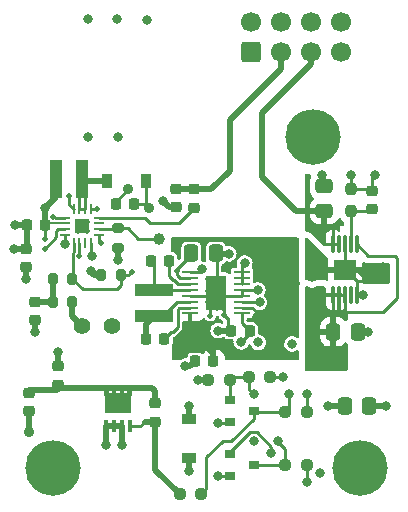
<source format=gbr>
%TF.GenerationSoftware,KiCad,Pcbnew,6.0.4-1.fc35*%
%TF.CreationDate,2022-04-05T08:49:10+01:00*%
%TF.ProjectId,cryosub_power_converter_top_v03,6372796f-7375-4625-9f70-6f7765725f63,rev?*%
%TF.SameCoordinates,Original*%
%TF.FileFunction,Copper,L1,Top*%
%TF.FilePolarity,Positive*%
%FSLAX45Y45*%
G04 Gerber Fmt 4.5, Leading zero omitted, Abs format (unit mm)*
G04 Created by KiCad (PCBNEW 6.0.4-1.fc35) date 2022-04-05 08:49:10*
%MOMM*%
%LPD*%
G01*
G04 APERTURE LIST*
G04 Aperture macros list*
%AMRoundRect*
0 Rectangle with rounded corners*
0 $1 Rounding radius*
0 $2 $3 $4 $5 $6 $7 $8 $9 X,Y pos of 4 corners*
0 Add a 4 corners polygon primitive as box body*
4,1,4,$2,$3,$4,$5,$6,$7,$8,$9,$2,$3,0*
0 Add four circle primitives for the rounded corners*
1,1,$1+$1,$2,$3*
1,1,$1+$1,$4,$5*
1,1,$1+$1,$6,$7*
1,1,$1+$1,$8,$9*
0 Add four rect primitives between the rounded corners*
20,1,$1+$1,$2,$3,$4,$5,0*
20,1,$1+$1,$4,$5,$6,$7,0*
20,1,$1+$1,$6,$7,$8,$9,0*
20,1,$1+$1,$8,$9,$2,$3,0*%
%AMFreePoly0*
4,1,21,1.372500,0.787500,0.862500,0.787500,0.862500,0.532500,1.372500,0.532500,1.372500,0.127500,0.862500,0.127500,0.862500,-0.127500,1.372500,-0.127500,1.372500,-0.532500,0.862500,-0.532500,0.862500,-0.787500,1.372500,-0.787500,1.372500,-1.195000,0.612500,-1.195000,0.612500,-1.117500,-0.862500,-1.117500,-0.862500,1.117500,0.612500,1.117500,0.612500,1.195000,1.372500,1.195000,
1.372500,0.787500,1.372500,0.787500,$1*%
G04 Aperture macros list end*
%TA.AperFunction,SMDPad,CuDef*%
%ADD10R,0.405000X0.990000*%
%TD*%
%TA.AperFunction,SMDPad,CuDef*%
%ADD11FreePoly0,90.000000*%
%TD*%
%TA.AperFunction,SMDPad,CuDef*%
%ADD12RoundRect,0.237500X0.250000X0.237500X-0.250000X0.237500X-0.250000X-0.237500X0.250000X-0.237500X0*%
%TD*%
%TA.AperFunction,SMDPad,CuDef*%
%ADD13RoundRect,0.237500X-0.250000X-0.237500X0.250000X-0.237500X0.250000X0.237500X-0.250000X0.237500X0*%
%TD*%
%TA.AperFunction,SMDPad,CuDef*%
%ADD14RoundRect,0.075000X0.075000X-0.650000X0.075000X0.650000X-0.075000X0.650000X-0.075000X-0.650000X0*%
%TD*%
%TA.AperFunction,SMDPad,CuDef*%
%ADD15R,1.880000X1.680000*%
%TD*%
%TA.AperFunction,SMDPad,CuDef*%
%ADD16R,0.900000X0.800000*%
%TD*%
%TA.AperFunction,SMDPad,CuDef*%
%ADD17RoundRect,0.225000X-0.250000X0.225000X-0.250000X-0.225000X0.250000X-0.225000X0.250000X0.225000X0*%
%TD*%
%TA.AperFunction,SMDPad,CuDef*%
%ADD18RoundRect,0.225000X0.250000X-0.225000X0.250000X0.225000X-0.250000X0.225000X-0.250000X-0.225000X0*%
%TD*%
%TA.AperFunction,SMDPad,CuDef*%
%ADD19RoundRect,0.250000X0.475000X-0.337500X0.475000X0.337500X-0.475000X0.337500X-0.475000X-0.337500X0*%
%TD*%
%TA.AperFunction,SMDPad,CuDef*%
%ADD20RoundRect,0.237500X0.237500X-0.250000X0.237500X0.250000X-0.237500X0.250000X-0.237500X-0.250000X0*%
%TD*%
%TA.AperFunction,SMDPad,CuDef*%
%ADD21RoundRect,0.250000X-0.337500X-0.475000X0.337500X-0.475000X0.337500X0.475000X-0.337500X0.475000X0*%
%TD*%
%TA.AperFunction,SMDPad,CuDef*%
%ADD22R,0.807999X0.254800*%
%TD*%
%TA.AperFunction,SMDPad,CuDef*%
%ADD23R,0.254800X0.807999*%
%TD*%
%TA.AperFunction,SMDPad,CuDef*%
%ADD24R,1.244600X1.244600*%
%TD*%
%TA.AperFunction,SMDPad,CuDef*%
%ADD25RoundRect,0.225000X0.225000X0.250000X-0.225000X0.250000X-0.225000X-0.250000X0.225000X-0.250000X0*%
%TD*%
%TA.AperFunction,SMDPad,CuDef*%
%ADD26RoundRect,0.225000X-0.225000X-0.250000X0.225000X-0.250000X0.225000X0.250000X-0.225000X0.250000X0*%
%TD*%
%TA.AperFunction,SMDPad,CuDef*%
%ADD27R,3.200001X1.000001*%
%TD*%
%TA.AperFunction,SMDPad,CuDef*%
%ADD28RoundRect,0.200000X-0.275000X0.200000X-0.275000X-0.200000X0.275000X-0.200000X0.275000X0.200000X0*%
%TD*%
%TA.AperFunction,SMDPad,CuDef*%
%ADD29RoundRect,0.200000X0.200000X0.275000X-0.200000X0.275000X-0.200000X-0.275000X0.200000X-0.275000X0*%
%TD*%
%TA.AperFunction,SMDPad,CuDef*%
%ADD30R,1.327899X0.279400*%
%TD*%
%TA.AperFunction,SMDPad,CuDef*%
%ADD31R,1.752600X2.946400*%
%TD*%
%TA.AperFunction,ComponentPad*%
%ADD32C,1.000000*%
%TD*%
%TA.AperFunction,SMDPad,CuDef*%
%ADD33R,1.000001X3.200001*%
%TD*%
%TA.AperFunction,SMDPad,CuDef*%
%ADD34RoundRect,0.218750X-0.256250X0.218750X-0.256250X-0.218750X0.256250X-0.218750X0.256250X0.218750X0*%
%TD*%
%TA.AperFunction,SMDPad,CuDef*%
%ADD35RoundRect,0.200000X-0.200000X-0.275000X0.200000X-0.275000X0.200000X0.275000X-0.200000X0.275000X0*%
%TD*%
%TA.AperFunction,ComponentPad*%
%ADD36C,1.400000*%
%TD*%
%TA.AperFunction,ComponentPad*%
%ADD37C,4.700000*%
%TD*%
%TA.AperFunction,SMDPad,CuDef*%
%ADD38RoundRect,0.218750X0.218750X0.256250X-0.218750X0.256250X-0.218750X-0.256250X0.218750X-0.256250X0*%
%TD*%
%TA.AperFunction,ComponentPad*%
%ADD39RoundRect,0.250000X0.600000X-0.600000X0.600000X0.600000X-0.600000X0.600000X-0.600000X-0.600000X0*%
%TD*%
%TA.AperFunction,ComponentPad*%
%ADD40C,1.700000*%
%TD*%
%TA.AperFunction,SMDPad,CuDef*%
%ADD41R,0.900000X1.200000*%
%TD*%
%TA.AperFunction,SMDPad,CuDef*%
%ADD42R,1.200000X0.900000*%
%TD*%
%TA.AperFunction,ViaPad*%
%ADD43C,0.800000*%
%TD*%
%TA.AperFunction,ViaPad*%
%ADD44C,0.500000*%
%TD*%
%TA.AperFunction,ViaPad*%
%ADD45C,0.900000*%
%TD*%
%TA.AperFunction,Conductor*%
%ADD46C,0.500000*%
%TD*%
%TA.AperFunction,Conductor*%
%ADD47C,0.250000*%
%TD*%
%TA.AperFunction,Conductor*%
%ADD48C,0.150000*%
%TD*%
G04 APERTURE END LIST*
D10*
%TO.P,Q3,1,S*%
%TO.N,VDC*%
X10853500Y-13751000D03*
%TO.P,Q3,2,S*%
X10919500Y-13751000D03*
%TO.P,Q3,3,S*%
X10985500Y-13751000D03*
%TO.P,Q3,4,G*%
%TO.N,Net-(C5-Pad2)*%
X11051500Y-13751000D03*
D11*
%TO.P,Q3,5,D*%
%TO.N,/vload*%
X10952500Y-13551750D03*
%TD*%
D12*
%TO.P,R8,1*%
%TO.N,VDC*%
X12550000Y-14075000D03*
%TO.P,R8,2*%
%TO.N,/On When Warm/vd2*%
X12367500Y-14075000D03*
%TD*%
D13*
%TO.P,R3,1*%
%TO.N,/On When Warm/vg1*%
X12058750Y-13330000D03*
%TO.P,R3,2*%
%TO.N,GND*%
X12241250Y-13330000D03*
%TD*%
D12*
%TO.P,R4,1*%
%TO.N,VDC*%
X12550000Y-13625000D03*
%TO.P,R4,2*%
%TO.N,/On When Warm/VD1*%
X12367500Y-13625000D03*
%TD*%
D14*
%TO.P,U1,1,IN*%
%TO.N,VDC*%
X12775000Y-12640000D03*
%TO.P,U1,2,IN*%
X12825000Y-12640000D03*
%TO.P,U1,3,EN/UV*%
X12875000Y-12640000D03*
%TO.P,U1,4,PG*%
%TO.N,unconnected-(U1-Pad4)*%
X12925000Y-12640000D03*
%TO.P,U1,5,ILIM*%
%TO.N,GND*%
X12975000Y-12640000D03*
%TO.P,U1,6,PGFB*%
%TO.N,VDC*%
X12975000Y-12210000D03*
%TO.P,U1,7,SET*%
%TO.N,Net-(C1-Pad1)*%
X12925000Y-12210000D03*
%TO.P,U1,8,GND*%
%TO.N,GND*%
X12875000Y-12210000D03*
%TO.P,U1,9,OUTS*%
%TO.N,/p5v_out*%
X12825000Y-12210000D03*
%TO.P,U1,10,OUT*%
X12775000Y-12210000D03*
D15*
%TO.P,U1,11,GND*%
%TO.N,GND*%
X12875000Y-12425000D03*
%TD*%
D16*
%TO.P,Q1,1,G*%
%TO.N,/On When Warm/vg1*%
X11900000Y-13525000D03*
%TO.P,Q1,2,S*%
%TO.N,/On When Warm/vs*%
X11900000Y-13715000D03*
%TO.P,Q1,3,D*%
%TO.N,/On When Warm/VD1*%
X12100000Y-13620000D03*
%TD*%
D17*
%TO.P,C6,1*%
%TO.N,/vload*%
X10200000Y-13468750D03*
%TO.P,C6,2*%
%TO.N,GND*%
X10200000Y-13623750D03*
%TD*%
D13*
%TO.P,R2,1*%
%TO.N,VDC*%
X11717500Y-13360000D03*
%TO.P,R2,2*%
%TO.N,/On When Warm/vg1*%
X11900000Y-13360000D03*
%TD*%
D18*
%TO.P,C1,1*%
%TO.N,Net-(C1-Pad1)*%
X13100000Y-11913750D03*
%TO.P,C1,2*%
%TO.N,GND*%
X13100000Y-11758750D03*
%TD*%
D19*
%TO.P,C3,1*%
%TO.N,/p5v_out*%
X12700000Y-11925000D03*
%TO.P,C3,2*%
%TO.N,GND*%
X12700000Y-11717500D03*
%TD*%
D20*
%TO.P,R1,1*%
%TO.N,Net-(C1-Pad1)*%
X12925000Y-11925000D03*
%TO.P,R1,2*%
%TO.N,GND*%
X12925000Y-11742500D03*
%TD*%
D21*
%TO.P,C2,1*%
%TO.N,VDC*%
X12775000Y-12950000D03*
%TO.P,C2,2*%
%TO.N,GND*%
X12982500Y-12950000D03*
%TD*%
D17*
%TO.P,C5,1*%
%TO.N,/vload*%
X11267500Y-13555000D03*
%TO.P,C5,2*%
%TO.N,Net-(C5-Pad2)*%
X11267500Y-13710000D03*
%TD*%
D16*
%TO.P,Q2,1,G*%
%TO.N,/thermistor*%
X11900000Y-13985000D03*
%TO.P,Q2,2,S*%
%TO.N,/On When Warm/vs*%
X11900000Y-14175000D03*
%TO.P,Q2,3,D*%
%TO.N,/On When Warm/vd2*%
X12100000Y-14080000D03*
%TD*%
D13*
%TO.P,R10,1*%
%TO.N,Net-(C5-Pad2)*%
X11475000Y-14325000D03*
%TO.P,R10,2*%
%TO.N,/On When Warm/VD1*%
X11657500Y-14325000D03*
%TD*%
D22*
%TO.P,U3,1,PGND*%
%TO.N,GND*%
X10505460Y-11982500D03*
%TO.P,U3,2,IN*%
%TO.N,Net-(C14-Pad1)*%
X10505460Y-12032500D03*
%TO.P,U3,3,\u002ASHDN*%
%TO.N,+5V*%
X10505460Y-12082500D03*
%TO.P,U3,4,SGND*%
%TO.N,GND*%
X10505460Y-12132500D03*
D23*
%TO.P,U3,5,FB*%
%TO.N,Net-(R16-Pad2)*%
X10575000Y-12202040D03*
%TO.P,U3,6,CNTRL*%
%TO.N,Net-(C14-Pad1)*%
X10625000Y-12202040D03*
%TO.P,U3,7,\u002AILIM*%
%TO.N,/sipm_dcdc/ilim\u002A*%
X10675000Y-12202040D03*
%TO.P,U3,8,SGND*%
%TO.N,GND*%
X10725000Y-12202040D03*
D22*
%TO.P,U3,9,RLIM*%
%TO.N,Net-(R14-Pad1)*%
X10794540Y-12132500D03*
%TO.P,U3,10,MOUT*%
%TO.N,/sipm_dcdc/imon*%
X10794540Y-12082500D03*
%TO.P,U3,11,CLAMP*%
%TO.N,unconnected-(U3-Pad11)*%
X10794540Y-12032500D03*
%TO.P,U3,12,APD*%
%TO.N,Net-(L5-Pad2)*%
X10794540Y-11982500D03*
D23*
%TO.P,U3,13,BIAS*%
%TO.N,Net-(C18-Pad1)*%
X10725000Y-11912960D03*
%TO.P,U3,14,LX*%
%TO.N,Net-(D3-Pad2)*%
X10675000Y-11912960D03*
%TO.P,U3,15,LX*%
X10625000Y-11912960D03*
%TO.P,U3,16,PGND*%
%TO.N,GND*%
X10575000Y-11912960D03*
D24*
%TO.P,U3,17,EPAD*%
X10650000Y-12057500D03*
%TD*%
D25*
%TO.P,C9,1*%
%TO.N,/dc_dc/vcc*%
X12067500Y-12940000D03*
%TO.P,C9,2*%
%TO.N,GND*%
X11912500Y-12940000D03*
%TD*%
D17*
%TO.P,C13,1*%
%TO.N,+5V*%
X10175000Y-12250000D03*
%TO.P,C13,2*%
%TO.N,GND*%
X10175000Y-12405000D03*
%TD*%
D25*
%TO.P,C15,1*%
%TO.N,Net-(C15-Pad1)*%
X11087500Y-11870000D03*
%TO.P,C15,2*%
%TO.N,GND*%
X10932500Y-11870000D03*
%TD*%
D26*
%TO.P,C10,1*%
%TO.N,Net-(C10-Pad1)*%
X11190000Y-13010000D03*
%TO.P,C10,2*%
%TO.N,Net-(C10-Pad2)*%
X11345000Y-13010000D03*
%TD*%
%TO.P,C11,1*%
%TO.N,Net-(C11-Pad1)*%
X11230000Y-12350000D03*
%TO.P,C11,2*%
%TO.N,Net-(C11-Pad2)*%
X11385000Y-12350000D03*
%TD*%
D27*
%TO.P,L2,1,1*%
%TO.N,Net-(C10-Pad1)*%
X11252500Y-12817500D03*
%TO.P,L2,2,2*%
%TO.N,Net-(C11-Pad1)*%
X11252500Y-12597500D03*
%TD*%
D28*
%TO.P,R15,1*%
%TO.N,/sipm_dcdc/imon*%
X10950000Y-12075000D03*
%TO.P,R15,2*%
%TO.N,GND*%
X10950000Y-12240000D03*
%TD*%
D29*
%TO.P,R17,1*%
%TO.N,Net-(R16-Pad2)*%
X10975000Y-12470000D03*
%TO.P,R17,2*%
%TO.N,GND*%
X10810000Y-12470000D03*
%TD*%
D30*
%TO.P,U2,1,VCC*%
%TO.N,/dc_dc/vcc*%
X12001335Y-12795133D03*
%TO.P,U2,2,RUN*%
%TO.N,Net-(C7-Pad1)*%
X12001335Y-12745095D03*
%TO.P,U2,3,MPPC*%
%TO.N,Net-(R11-Pad2)*%
X12001335Y-12695057D03*
%TO.P,U2,4,GND*%
%TO.N,GND*%
X12001335Y-12645019D03*
%TO.P,U2,5,VS3*%
X12001335Y-12594981D03*
%TO.P,U2,6,VS2*%
%TO.N,/dc_dc/vcc*%
X12001335Y-12544943D03*
%TO.P,U2,7,VS1*%
X12001335Y-12494905D03*
%TO.P,U2,8,PWM*%
X12001335Y-12444867D03*
%TO.P,U2,9,PGOOD*%
%TO.N,/dc_dc/pgood*%
X11558665Y-12444867D03*
%TO.P,U2,10,VOUT*%
%TO.N,+5V*%
X11558665Y-12494905D03*
%TO.P,U2,11,BST2*%
%TO.N,Net-(C11-Pad2)*%
X11558665Y-12544943D03*
%TO.P,U2,12,SW2*%
%TO.N,Net-(C11-Pad1)*%
X11558665Y-12594981D03*
%TO.P,U2,13,PGND*%
%TO.N,GND*%
X11558665Y-12645019D03*
%TO.P,U2,14,SW1*%
%TO.N,Net-(C10-Pad1)*%
X11558665Y-12695057D03*
%TO.P,U2,15,BST1*%
%TO.N,Net-(C10-Pad2)*%
X11558665Y-12745095D03*
%TO.P,U2,16,VIN*%
%TO.N,Net-(C7-Pad1)*%
X11558665Y-12795133D03*
D31*
%TO.P,U2,EPAD,PGND*%
%TO.N,GND*%
X11780000Y-12620000D03*
%TD*%
D21*
%TO.P,C12,1*%
%TO.N,+5V*%
X11572500Y-12285000D03*
%TO.P,C12,2*%
%TO.N,GND*%
X11780000Y-12285000D03*
%TD*%
D32*
%TO.P,TP1,1,1*%
%TO.N,/sipm_dcdc/imon*%
X11302500Y-12165000D03*
%TD*%
D33*
%TO.P,L4,1,1*%
%TO.N,Net-(D3-Pad2)*%
X10650000Y-11660000D03*
%TO.P,L4,2,2*%
%TO.N,Net-(C14-Pad1)*%
X10430000Y-11660000D03*
%TD*%
D17*
%TO.P,C17,1*%
%TO.N,/sipm_bias*%
X11445000Y-11742500D03*
%TO.P,C17,2*%
%TO.N,GND*%
X11445000Y-11897500D03*
%TD*%
D34*
%TO.P,L5,1,1*%
%TO.N,/sipm_bias*%
X11592500Y-11743750D03*
%TO.P,L5,2,2*%
%TO.N,Net-(L5-Pad2)*%
X11592500Y-11901250D03*
%TD*%
D17*
%TO.P,C16,1*%
%TO.N,Net-(C16-Pad1)*%
X10250000Y-12695000D03*
%TO.P,C16,2*%
%TO.N,GND*%
X10250000Y-12850000D03*
%TD*%
D35*
%TO.P,R18,1*%
%TO.N,Net-(C16-Pad1)*%
X10400000Y-12500000D03*
%TO.P,R18,2*%
%TO.N,Net-(R16-Pad2)*%
X10565000Y-12500000D03*
%TD*%
D29*
%TO.P,R19,1*%
%TO.N,/vcont*%
X10565000Y-12700000D03*
%TO.P,R19,2*%
%TO.N,Net-(C16-Pad1)*%
X10400000Y-12700000D03*
%TD*%
D36*
%TO.P,TP2,1,1*%
%TO.N,/vcont*%
X10646000Y-12900000D03*
%TO.P,TP2,2,2*%
%TO.N,GND*%
X10900000Y-12900000D03*
%TD*%
D37*
%TO.P,H1,1,1*%
%TO.N,GND*%
X10400000Y-14100000D03*
%TD*%
%TO.P,H2,1,1*%
%TO.N,GND*%
X12600000Y-11300000D03*
%TD*%
%TO.P,H3,1,1*%
%TO.N,GND*%
X13000000Y-14100000D03*
%TD*%
D38*
%TO.P,L3,1,1*%
%TO.N,Net-(C14-Pad1)*%
X10335000Y-12047500D03*
%TO.P,L3,2,2*%
%TO.N,+5V*%
X10177500Y-12047500D03*
%TD*%
D39*
%TO.P,J1,1,Pin_1*%
%TO.N,/vcont*%
X12077500Y-10580000D03*
D40*
%TO.P,J1,2,Pin_2*%
%TO.N,GND*%
X12077500Y-10326000D03*
%TO.P,J1,3,Pin_3*%
%TO.N,/sipm_bias*%
X12331500Y-10580000D03*
%TO.P,J1,4,Pin_4*%
%TO.N,GND*%
X12331500Y-10326000D03*
%TO.P,J1,5,Pin_5*%
%TO.N,/p5v_out*%
X12585500Y-10580000D03*
%TO.P,J1,6,Pin_6*%
%TO.N,GND*%
X12585500Y-10326000D03*
%TO.P,J1,7,Pin_7*%
%TO.N,VDC*%
X12839500Y-10580000D03*
%TO.P,J1,8,Pin_8*%
%TO.N,GND*%
X12839500Y-10326000D03*
%TD*%
D34*
%TO.P,L1,1,1*%
%TO.N,Net-(C7-Pad1)*%
X10440000Y-13241250D03*
%TO.P,L1,2,2*%
%TO.N,/vload*%
X10440000Y-13398750D03*
%TD*%
D41*
%TO.P,D3,1,K*%
%TO.N,Net-(C15-Pad1)*%
X11190000Y-11670000D03*
%TO.P,D3,2,A*%
%TO.N,Net-(D3-Pad2)*%
X10860000Y-11670000D03*
%TD*%
D25*
%TO.P,C7,1*%
%TO.N,Net-(C7-Pad1)*%
X11760000Y-13200000D03*
%TO.P,C7,2*%
%TO.N,GND*%
X11605000Y-13200000D03*
%TD*%
D21*
%TO.P,C4,1*%
%TO.N,VDC*%
X12872500Y-13580000D03*
%TO.P,C4,2*%
%TO.N,GND*%
X13080000Y-13580000D03*
%TD*%
D42*
%TO.P,D1,1,K*%
%TO.N,VDC*%
X11550000Y-14015000D03*
%TO.P,D1,2,A*%
%TO.N,GND*%
X11550000Y-13685000D03*
%TD*%
D43*
%TO.N,VDC*%
X10985500Y-13904500D03*
D44*
%TO.N,GND*%
X10650000Y-12057500D03*
X11817500Y-12500000D03*
X11790000Y-12745000D03*
X11737500Y-12745000D03*
X11840000Y-12745000D03*
X11820000Y-12602500D03*
X11715000Y-12700000D03*
X11852500Y-12807500D03*
D43*
X13070000Y-12950000D03*
D44*
X10610000Y-12095000D03*
D43*
X10250000Y-12950000D03*
D44*
X10540000Y-11802500D03*
D43*
X12675000Y-11625000D03*
D44*
X10612500Y-12020000D03*
X11770000Y-12602500D03*
X10687500Y-12020000D03*
D43*
X11550000Y-13580000D03*
X11520000Y-13240000D03*
X10502260Y-12210000D03*
D44*
X10687500Y-12095000D03*
X11840000Y-12552500D03*
X11717500Y-12602500D03*
D43*
X13195000Y-12505000D03*
X13220000Y-13580000D03*
X12350000Y-13330000D03*
D44*
X11790000Y-12552500D03*
X11740000Y-12652500D03*
X11737500Y-12552500D03*
D43*
X10727500Y-12307500D03*
D44*
X11765000Y-12500000D03*
D43*
X13195000Y-12405000D03*
X10950000Y-12340000D03*
X13030000Y-12640000D03*
X12595000Y-12285000D03*
X11800000Y-12940000D03*
X12135019Y-12594981D03*
D44*
X11732500Y-12812500D03*
X11842500Y-12652500D03*
X11767500Y-12700000D03*
D43*
X10946000Y-10304000D03*
X12425000Y-13052500D03*
D44*
X11792500Y-12652500D03*
D43*
X11200000Y-10310000D03*
X13125000Y-11625000D03*
D44*
X11715000Y-12500000D03*
D43*
X10175000Y-12500000D03*
X12675000Y-12405000D03*
X11890000Y-12290000D03*
D44*
X11817500Y-12700000D03*
D43*
X12595000Y-12485000D03*
D45*
X10200000Y-13800000D03*
D43*
X13095259Y-12437500D03*
D45*
X11037500Y-11742500D03*
D43*
X12100000Y-13875000D03*
X10720000Y-12437550D03*
X10700000Y-10300000D03*
X11332500Y-11842500D03*
X12925000Y-11625000D03*
D44*
X10405000Y-11975000D03*
D43*
%TO.N,Net-(C7-Pad1)*%
X11450000Y-13075000D03*
X12332500Y-12845000D03*
D44*
X11558665Y-12866335D03*
D43*
X10447500Y-13122500D03*
%TO.N,/On When Warm/VD1*%
X12400000Y-13475000D03*
%TO.N,/On When Warm/vs*%
X11800000Y-13725000D03*
X11800000Y-14175000D03*
%TO.N,/On When Warm/vg1*%
X12100000Y-13480000D03*
%TO.N,/thermistor*%
X12250000Y-13975000D03*
%TO.N,/On When Warm/vd2*%
X12305132Y-13870617D03*
%TO.N,VDC*%
X10852500Y-13905000D03*
X12595000Y-13005000D03*
X12550000Y-13475000D03*
X12550000Y-14225000D03*
X11550000Y-14130000D03*
X12730000Y-13580000D03*
X12611825Y-12674614D03*
X12660000Y-14147500D03*
X12595000Y-12825000D03*
X11630000Y-13360000D03*
D44*
%TO.N,Net-(C18-Pad1)*%
X10772413Y-11906289D03*
%TO.N,Net-(C14-Pad1)*%
X10625000Y-12310000D03*
D43*
X10335000Y-11902500D03*
D44*
X10331891Y-12161791D03*
D45*
%TO.N,Net-(C15-Pad1)*%
X11210359Y-11906185D03*
D43*
%TO.N,Net-(R11-Pad2)*%
X12150000Y-12700000D03*
%TO.N,/dc_dc/pgood*%
X11660000Y-12420000D03*
D44*
%TO.N,Net-(R14-Pad1)*%
X10807500Y-12197500D03*
%TO.N,Net-(R16-Pad2)*%
X11070000Y-12440000D03*
D43*
%TO.N,+5V*%
X12140000Y-13040000D03*
X10700000Y-11300000D03*
X10077500Y-12047500D03*
X10950000Y-11300000D03*
X10075000Y-12250000D03*
D44*
X10330000Y-12245000D03*
X11447266Y-12438091D03*
D43*
%TO.N,/dc_dc/vcc*%
X11995000Y-13035000D03*
X12025000Y-12367500D03*
%TD*%
D46*
%TO.N,/sipm_bias*%
X11592500Y-11743750D02*
X11742250Y-11743750D01*
X11742250Y-11743750D02*
X11897500Y-11588500D01*
X11897500Y-11588500D02*
X11897500Y-11157500D01*
X11897500Y-11157500D02*
X12331500Y-10723500D01*
X12331500Y-10723500D02*
X12331500Y-10580000D01*
%TO.N,/p5v_out*%
X12700000Y-11925000D02*
X12455000Y-11925000D01*
X12172500Y-11642500D02*
X12172500Y-11100000D01*
X12455000Y-11925000D02*
X12172500Y-11642500D01*
X12172500Y-11100000D02*
X12585500Y-10687000D01*
X12585500Y-10687000D02*
X12585500Y-10580000D01*
D47*
%TO.N,Net-(C5-Pad2)*%
X11051500Y-13751000D02*
X11139000Y-13751000D01*
X11139000Y-13751000D02*
X11177500Y-13712500D01*
D46*
X11267500Y-13710000D02*
X11180000Y-13710000D01*
X11180000Y-13710000D02*
X11177500Y-13712500D01*
X11267500Y-13710000D02*
X11267500Y-14117500D01*
X11267500Y-14117500D02*
X11475000Y-14325000D01*
%TO.N,/vload*%
X11267500Y-13555000D02*
X11267500Y-13452500D01*
X11267500Y-13452500D02*
X11240000Y-13425000D01*
X11240000Y-13425000D02*
X10450000Y-13425000D01*
%TO.N,VDC*%
X10985500Y-13751000D02*
X10919500Y-13751000D01*
X10853500Y-13751000D02*
X10919500Y-13751000D01*
X10985500Y-13751000D02*
X10985500Y-13904500D01*
X10853500Y-13751000D02*
X10853500Y-13904000D01*
X10853500Y-13904000D02*
X10852500Y-13905000D01*
%TO.N,/vload*%
X10200000Y-13442500D02*
X10432500Y-13442500D01*
X10432500Y-13442500D02*
X10450000Y-13425000D01*
X10440000Y-13398750D02*
X10440000Y-13415000D01*
X10440000Y-13415000D02*
X10450000Y-13425000D01*
D47*
%TO.N,Net-(C1-Pad1)*%
X12925000Y-12210000D02*
X12925000Y-11925000D01*
X12925000Y-11925000D02*
X13097500Y-11925000D01*
X13097500Y-11925000D02*
X13100000Y-11922500D01*
D46*
%TO.N,GND*%
X10250000Y-12850000D02*
X10250000Y-12950000D01*
D47*
X12001335Y-12594981D02*
X12135019Y-12594981D01*
X10932500Y-11847500D02*
X11037500Y-11742500D01*
X12241250Y-13330000D02*
X12350000Y-13330000D01*
D46*
X10752450Y-12470000D02*
X10720000Y-12437550D01*
D47*
X10540000Y-11877960D02*
X10540000Y-11802500D01*
D46*
X11445000Y-11897500D02*
X11387500Y-11897500D01*
X11550000Y-13685000D02*
X11550000Y-13580000D01*
D47*
X12975000Y-12605000D02*
X12972501Y-12602501D01*
X12925000Y-11742500D02*
X12925000Y-11625000D01*
X10725000Y-12202040D02*
X10725000Y-12267440D01*
X10725000Y-12267440D02*
X10725000Y-12305000D01*
X11732500Y-12812500D02*
X11732500Y-12750000D01*
X11882000Y-12905000D02*
X11882000Y-12837000D01*
D46*
X11912500Y-12940000D02*
X11800000Y-12940000D01*
D47*
X12972501Y-12602501D02*
X12972501Y-12522501D01*
X12001335Y-12645019D02*
X12001335Y-12594981D01*
D46*
X10950000Y-12240000D02*
X10950000Y-12340000D01*
D47*
X11875000Y-12830000D02*
X11852500Y-12807500D01*
X13072501Y-12522501D02*
X12975000Y-12425000D01*
X11558665Y-12645019D02*
X11754981Y-12645019D01*
X12700000Y-11650000D02*
X12675000Y-11625000D01*
X10502260Y-12192740D02*
X10502260Y-12210000D01*
X12001335Y-12645019D02*
X11805019Y-12645019D01*
X10932500Y-11870000D02*
X10932500Y-11847500D01*
X11852500Y-12807500D02*
X11852500Y-12692500D01*
D46*
X11565000Y-13240000D02*
X11605000Y-13200000D01*
D47*
X12835000Y-12425000D02*
X12875000Y-12425000D01*
X13092500Y-11742500D02*
X13100000Y-11750000D01*
X10652500Y-12057500D02*
X10685000Y-12025000D01*
X12972501Y-12522501D02*
X12915000Y-12465000D01*
X12875000Y-12425000D02*
X12915000Y-12465000D01*
D46*
X10200000Y-13650000D02*
X10200000Y-13800000D01*
D47*
X13100000Y-11650000D02*
X13125000Y-11625000D01*
X13100000Y-11750000D02*
X13100000Y-11650000D01*
X12975000Y-12640000D02*
X13030000Y-12640000D01*
X12972501Y-12522501D02*
X13072501Y-12522501D01*
X10505460Y-12132500D02*
X10505460Y-12189540D01*
X10505460Y-12189540D02*
X10502260Y-12192740D01*
D46*
X11785000Y-12290000D02*
X11780000Y-12285000D01*
X11520000Y-13240000D02*
X11565000Y-13240000D01*
D47*
X12975000Y-12640000D02*
X12975000Y-12605000D01*
X10725000Y-12305000D02*
X10727500Y-12307500D01*
X10575000Y-11912960D02*
X10540000Y-11877960D01*
X11788750Y-12476250D02*
X11788750Y-12293750D01*
D46*
X11890000Y-12290000D02*
X11785000Y-12290000D01*
D47*
X11788750Y-12293750D02*
X11780000Y-12285000D01*
X11765000Y-12500000D02*
X11788750Y-12476250D01*
X10425000Y-11982500D02*
X10422500Y-11985000D01*
X12875000Y-12210000D02*
X12875000Y-12425000D01*
X12925000Y-11742500D02*
X13092500Y-11742500D01*
D46*
X10810000Y-12470000D02*
X10752450Y-12470000D01*
D47*
X10650000Y-12057500D02*
X10652500Y-12057500D01*
D46*
X13080000Y-13580000D02*
X13220000Y-13580000D01*
D47*
X12700000Y-11717500D02*
X12700000Y-11650000D01*
X10685000Y-12025000D02*
X10617501Y-12025000D01*
D46*
X11387500Y-11897500D02*
X11332500Y-11842500D01*
D47*
X11882000Y-12837000D02*
X11852500Y-12807500D01*
X12982500Y-12950000D02*
X13070000Y-12950000D01*
D46*
X10175000Y-12405000D02*
X10175000Y-12500000D01*
D47*
X10505460Y-11982500D02*
X10425000Y-11982500D01*
%TO.N,Net-(C7-Pad1)*%
X11760000Y-13150000D02*
X11760000Y-13200000D01*
X12001335Y-12745095D02*
X12090162Y-12745095D01*
X11450000Y-13075000D02*
X11685000Y-13075000D01*
D46*
X10440000Y-13241250D02*
X10440000Y-13130000D01*
D47*
X11685000Y-13075000D02*
X11760000Y-13150000D01*
D46*
X10440000Y-13130000D02*
X10447500Y-13122500D01*
D47*
X11558665Y-12795133D02*
X11558665Y-12866335D01*
X12090162Y-12745095D02*
X12125000Y-12779933D01*
D46*
%TO.N,Net-(C10-Pad1)*%
X11190000Y-12880000D02*
X11252500Y-12817500D01*
D47*
X11331224Y-12817500D02*
X11252500Y-12817500D01*
X11453667Y-12695057D02*
X11331224Y-12817500D01*
X11558665Y-12695057D02*
X11453667Y-12695057D01*
D46*
X11190000Y-13010000D02*
X11190000Y-12880000D01*
D47*
%TO.N,Net-(C10-Pad2)*%
X11400000Y-12955000D02*
X11345000Y-13010000D01*
X11457500Y-12754865D02*
X11457500Y-12912500D01*
X11558665Y-12745095D02*
X11467270Y-12745095D01*
X11457500Y-12912500D02*
X11415000Y-12955000D01*
X11415000Y-12955000D02*
X11400000Y-12955000D01*
X11467270Y-12745095D02*
X11457500Y-12754865D01*
%TO.N,/On When Warm/VD1*%
X11837300Y-13875000D02*
X11700000Y-14012300D01*
X12105000Y-13625000D02*
X12100000Y-13620000D01*
X12367500Y-13625000D02*
X12105000Y-13625000D01*
X12100000Y-13685000D02*
X11910000Y-13875000D01*
X12400000Y-13475000D02*
X12400000Y-13592500D01*
X11700000Y-14012300D02*
X11700000Y-14282500D01*
X11910000Y-13875000D02*
X11837300Y-13875000D01*
X12100000Y-13620000D02*
X12100000Y-13685000D01*
X12400000Y-13592500D02*
X12367500Y-13625000D01*
X11700000Y-14282500D02*
X11657500Y-14325000D01*
%TO.N,/On When Warm/vs*%
X11800000Y-13725000D02*
X11890000Y-13725000D01*
X11890000Y-13725000D02*
X11900000Y-13715000D01*
X11800000Y-14175000D02*
X11900000Y-14175000D01*
%TO.N,/On When Warm/vg1*%
X11900000Y-13330000D02*
X12058750Y-13330000D01*
X11900000Y-13525000D02*
X11900000Y-13330000D01*
X12058750Y-13330000D02*
X12058750Y-13438750D01*
X12058750Y-13438750D02*
X12100000Y-13480000D01*
%TO.N,/thermistor*%
X12065151Y-13802549D02*
X12130010Y-13802549D01*
X12250000Y-13922539D02*
X12250000Y-13975000D01*
X12130010Y-13802549D02*
X12250000Y-13922539D01*
X11900000Y-13967700D02*
X12065151Y-13802549D01*
X11900000Y-13985000D02*
X11900000Y-13967700D01*
%TO.N,/On When Warm/vd2*%
X12367500Y-14075000D02*
X12367500Y-13942500D01*
X12367500Y-13942500D02*
X12305132Y-13880132D01*
X12105000Y-14075000D02*
X12100000Y-14080000D01*
X12367500Y-14075000D02*
X12105000Y-14075000D01*
X12305132Y-13880132D02*
X12305132Y-13870617D01*
%TO.N,Net-(C11-Pad2)*%
X11387500Y-12442500D02*
X11385000Y-12440000D01*
X11387500Y-12479741D02*
X11419669Y-12511910D01*
X11419669Y-12511910D02*
X11424410Y-12511910D01*
X11424410Y-12511910D02*
X11457443Y-12544943D01*
X11387500Y-12479741D02*
X11387500Y-12442500D01*
X11385000Y-12440000D02*
X11385000Y-12350000D01*
X11457443Y-12544943D02*
X11558665Y-12544943D01*
D46*
%TO.N,VDC*%
X12787500Y-12962500D02*
X12775000Y-12950000D01*
X11550000Y-14015000D02*
X11550000Y-14130000D01*
D47*
X12875000Y-12785000D02*
X13195000Y-12785000D01*
X13070000Y-12305000D02*
X13295000Y-12305000D01*
X13315000Y-12665000D02*
X13195000Y-12785000D01*
X12550000Y-13625000D02*
X12550000Y-13475000D01*
X12775000Y-12640000D02*
X12775000Y-12805000D01*
X12550000Y-14075000D02*
X12550000Y-14225000D01*
X12825000Y-12640000D02*
X12825000Y-12775000D01*
X12875000Y-12640000D02*
X12875000Y-12785000D01*
X13295000Y-12305000D02*
X13315000Y-12325000D01*
D46*
X11630000Y-13360000D02*
X11717500Y-13360000D01*
D47*
X12975000Y-12210000D02*
X13070000Y-12305000D01*
X13315000Y-12325000D02*
X13315000Y-12665000D01*
D46*
X12872500Y-13580000D02*
X12730000Y-13580000D01*
%TO.N,Net-(C16-Pad1)*%
X10250000Y-12695000D02*
X10395000Y-12695000D01*
X10400000Y-12700000D02*
X10400000Y-12500000D01*
X10395000Y-12695000D02*
X10400000Y-12700000D01*
D47*
%TO.N,/p5v_out*%
X12825000Y-12210000D02*
X12760000Y-12210000D01*
%TO.N,Net-(C18-Pad1)*%
X10765742Y-11912960D02*
X10772413Y-11906289D01*
X10725000Y-11912960D02*
X10765742Y-11912960D01*
%TO.N,Net-(C11-Pad1)*%
X11558665Y-12594981D02*
X11255019Y-12594981D01*
X11255019Y-12594981D02*
X11252500Y-12597500D01*
X11252500Y-12597500D02*
X11252500Y-12372500D01*
X11252500Y-12372500D02*
X11230000Y-12350000D01*
D46*
%TO.N,Net-(C14-Pad1)*%
X10430000Y-11660000D02*
X10430000Y-11807500D01*
X10335000Y-11985000D02*
X10335000Y-11985000D01*
X10335000Y-11985000D02*
X10335000Y-11902500D01*
X10335000Y-12047500D02*
X10335000Y-11985000D01*
D48*
X10505460Y-12032500D02*
X10350000Y-12032500D01*
D46*
X10430000Y-11807500D02*
X10335000Y-11902500D01*
D48*
X10350000Y-12032500D02*
X10335000Y-12047500D01*
D47*
X10335000Y-12047500D02*
X10335000Y-12158683D01*
X10625000Y-12202040D02*
X10625000Y-12310000D01*
X10335000Y-12158683D02*
X10331891Y-12161791D01*
%TO.N,Net-(C15-Pad1)*%
X11190000Y-11660000D02*
X11190000Y-11770000D01*
X11190000Y-11770000D02*
X11190000Y-11670000D01*
X11190000Y-11770000D02*
X11190000Y-11867500D01*
X11190000Y-11867500D02*
X11210359Y-11887859D01*
X11210359Y-11887859D02*
X11210359Y-11906185D01*
X11090000Y-11867500D02*
X11087500Y-11870000D01*
X11190000Y-11867500D02*
X11090000Y-11867500D01*
%TO.N,Net-(D3-Pad2)*%
X10675000Y-11685000D02*
X10650000Y-11660000D01*
X10625000Y-11685000D02*
X10650000Y-11660000D01*
X10675000Y-11912960D02*
X10675000Y-11685000D01*
D46*
X10660000Y-11670000D02*
X10650000Y-11660000D01*
D47*
X10625000Y-11912960D02*
X10625000Y-11685000D01*
X10675000Y-11912960D02*
X10625000Y-11912960D01*
D46*
X10860000Y-11670000D02*
X10660000Y-11670000D01*
%TO.N,/sipm_bias*%
X11455000Y-11742500D02*
X11591250Y-11742500D01*
X11592500Y-11743750D02*
X11446250Y-11743750D01*
X11591250Y-11742500D02*
X11592500Y-11743750D01*
X11446250Y-11743750D02*
X11445000Y-11742500D01*
D47*
%TO.N,Net-(R11-Pad2)*%
X12001335Y-12695057D02*
X12145057Y-12695057D01*
X12145057Y-12695057D02*
X12150000Y-12700000D01*
%TO.N,/sipm_dcdc/imon*%
X10942500Y-12082500D02*
X10950000Y-12075000D01*
X11032300Y-12075000D02*
X11122300Y-12165000D01*
X10794540Y-12082500D02*
X10942500Y-12082500D01*
X10950000Y-12075000D02*
X11032300Y-12075000D01*
X11122300Y-12165000D02*
X11302500Y-12165000D01*
%TO.N,/dc_dc/pgood*%
X11635133Y-12444867D02*
X11660000Y-12420000D01*
X11558665Y-12444867D02*
X11635133Y-12444867D01*
%TO.N,Net-(R14-Pad1)*%
X10794540Y-12184540D02*
X10807500Y-12197500D01*
X10794540Y-12132500D02*
X10794540Y-12184540D01*
%TO.N,Net-(R16-Pad2)*%
X10575000Y-12202040D02*
X10575000Y-12274900D01*
X11040000Y-12470000D02*
X10975000Y-12470000D01*
X11070000Y-12440000D02*
X11040000Y-12470000D01*
X10565000Y-12500000D02*
X10655000Y-12590000D01*
X10575000Y-12274900D02*
X10567500Y-12282400D01*
X10975000Y-12555000D02*
X10975000Y-12470000D01*
X10567500Y-12282400D02*
X10567500Y-12502500D01*
X10655000Y-12590000D02*
X10940000Y-12590000D01*
X10940000Y-12590000D02*
X10975000Y-12555000D01*
D46*
%TO.N,+5V*%
X10175000Y-12250000D02*
X10075000Y-12250000D01*
X10177500Y-12047500D02*
X10177500Y-12247500D01*
D47*
X10505460Y-12082500D02*
X10440060Y-12082500D01*
X11558665Y-12494905D02*
X11475868Y-12494905D01*
X11447266Y-12466302D02*
X11447266Y-12438091D01*
X11572500Y-12292167D02*
X11572500Y-12285000D01*
X11581250Y-12315000D02*
X11551321Y-12315000D01*
X10425000Y-12150000D02*
X10330000Y-12245000D01*
X11447266Y-12417401D02*
X11572500Y-12292167D01*
X10425000Y-12097560D02*
X10425000Y-12150000D01*
X11447266Y-12419055D02*
X11447266Y-12438091D01*
X11447266Y-12438091D02*
X11447266Y-12417401D01*
X11551321Y-12315000D02*
X11447266Y-12419055D01*
X10440060Y-12082500D02*
X10425000Y-12097560D01*
D46*
X10177500Y-12047500D02*
X10077500Y-12047500D01*
X10177500Y-12247500D02*
X10175000Y-12250000D01*
D47*
X11475868Y-12494905D02*
X11447266Y-12466302D01*
%TO.N,Net-(L5-Pad2)*%
X11182500Y-11982500D02*
X11225000Y-12025000D01*
X11225000Y-12025000D02*
X11468750Y-12025000D01*
X10794540Y-11982500D02*
X11182500Y-11982500D01*
X11468750Y-12025000D02*
X11592500Y-11901250D01*
D46*
%TO.N,/vcont*%
X10565000Y-12819000D02*
X10646000Y-12900000D01*
X10565000Y-12700000D02*
X10565000Y-12819000D01*
D47*
%TO.N,/dc_dc/vcc*%
X12001335Y-12494905D02*
X12001335Y-12544943D01*
X12067500Y-12940000D02*
X12067500Y-12962500D01*
X12001335Y-12873835D02*
X12067500Y-12940000D01*
X12001335Y-12795133D02*
X12001335Y-12873835D01*
X12067500Y-12962500D02*
X11995000Y-13035000D01*
X12001335Y-12444867D02*
X12001335Y-12396165D01*
X12001335Y-12444867D02*
X12001335Y-12494905D01*
X12001335Y-12396165D02*
X12025000Y-12372500D01*
X12025000Y-12372500D02*
X12025000Y-12367500D01*
%TD*%
%TA.AperFunction,Conductor*%
%TO.N,Net-(C7-Pad1)*%
G36*
X12478213Y-12152000D02*
G01*
X12482863Y-12157366D01*
X12483873Y-12164393D01*
X12483714Y-12165500D01*
X12483650Y-12165945D01*
X12483650Y-12501050D01*
X12483686Y-12501385D01*
X12483686Y-12501385D01*
X12484756Y-12511342D01*
X12484823Y-12511965D01*
X12485962Y-12517199D01*
X12489429Y-12527616D01*
X12489855Y-12528279D01*
X12489855Y-12528279D01*
X12492380Y-12532207D01*
X12494380Y-12539019D01*
X12493241Y-12544253D01*
X12487730Y-12556321D01*
X12485730Y-12563133D01*
X12485666Y-12563578D01*
X12485666Y-12563579D01*
X12483714Y-12577155D01*
X12483650Y-12577600D01*
X12483650Y-12989525D01*
X12481650Y-12996337D01*
X12476284Y-13000987D01*
X12469257Y-13001997D01*
X12463730Y-12999427D01*
X12463589Y-12999631D01*
X12462965Y-12999197D01*
X12462398Y-12998692D01*
X12461564Y-12998250D01*
X12453131Y-12993785D01*
X12448483Y-12991324D01*
X12447518Y-12991082D01*
X12433950Y-12987674D01*
X12433950Y-12987674D01*
X12433213Y-12987489D01*
X12432453Y-12987485D01*
X12432453Y-12987485D01*
X12425732Y-12987450D01*
X12417468Y-12987406D01*
X12416730Y-12987584D01*
X12416730Y-12987584D01*
X12402897Y-12990905D01*
X12402896Y-12990905D01*
X12402159Y-12991082D01*
X12401000Y-12991680D01*
X12390128Y-12997292D01*
X12388168Y-12998303D01*
X12387596Y-12998802D01*
X12387595Y-12998802D01*
X12376876Y-13008154D01*
X12376876Y-13008154D01*
X12376303Y-13008653D01*
X12367250Y-13021535D01*
X12361531Y-13036204D01*
X12361432Y-13036957D01*
X12359618Y-13050736D01*
X12359476Y-13051814D01*
X12361203Y-13067463D01*
X12366614Y-13082249D01*
X12367038Y-13082880D01*
X12367038Y-13082880D01*
X12370413Y-13087902D01*
X12375396Y-13095317D01*
X12380244Y-13099729D01*
X12383498Y-13102689D01*
X12387041Y-13105913D01*
X12390770Y-13107938D01*
X12400210Y-13113064D01*
X12400210Y-13113064D01*
X12400878Y-13113426D01*
X12401612Y-13113619D01*
X12415372Y-13117229D01*
X12415372Y-13117229D01*
X12416107Y-13117421D01*
X12424438Y-13117552D01*
X12431090Y-13117657D01*
X12431090Y-13117657D01*
X12431849Y-13117669D01*
X12447197Y-13114154D01*
X12461262Y-13107079D01*
X12462867Y-13105709D01*
X12469346Y-13102806D01*
X12476366Y-13103866D01*
X12481698Y-13108554D01*
X12483650Y-13115290D01*
X12483650Y-13179900D01*
X12481650Y-13186712D01*
X12476284Y-13191361D01*
X12471050Y-13192500D01*
X11868400Y-13192500D01*
X11861588Y-13190500D01*
X11856939Y-13185134D01*
X11855800Y-13179900D01*
X11855800Y-13170456D01*
X11855766Y-13169805D01*
X11854811Y-13160594D01*
X11854521Y-13159254D01*
X11849562Y-13144389D01*
X11848944Y-13143071D01*
X11840721Y-13129783D01*
X11839818Y-13128643D01*
X11828757Y-13117601D01*
X11827616Y-13116700D01*
X11814312Y-13108500D01*
X11812994Y-13107885D01*
X11798119Y-13102951D01*
X11796781Y-13102664D01*
X11787690Y-13101733D01*
X11787187Y-13101707D01*
X11785688Y-13102147D01*
X11785567Y-13102286D01*
X11785400Y-13103055D01*
X11785400Y-13192500D01*
X11734600Y-13192500D01*
X11734600Y-13103511D01*
X11734152Y-13101988D01*
X11734013Y-13101867D01*
X11733245Y-13101700D01*
X11732956Y-13101700D01*
X11732305Y-13101734D01*
X11723094Y-13102689D01*
X11721754Y-13102979D01*
X11706889Y-13107938D01*
X11705571Y-13108555D01*
X11692283Y-13116779D01*
X11691143Y-13117682D01*
X11680101Y-13128743D01*
X11679200Y-13129884D01*
X11676138Y-13134852D01*
X11670861Y-13139601D01*
X11663853Y-13140744D01*
X11657855Y-13138323D01*
X11653224Y-13134852D01*
X11650569Y-13132863D01*
X11637816Y-13128082D01*
X11637030Y-13127996D01*
X11637030Y-13127996D01*
X11632341Y-13127487D01*
X11632341Y-13127487D01*
X11632001Y-13127450D01*
X11605004Y-13127450D01*
X11577999Y-13127450D01*
X11572184Y-13128082D01*
X11559430Y-13132863D01*
X11548531Y-13141031D01*
X11540363Y-13151930D01*
X11535582Y-13164684D01*
X11535511Y-13165331D01*
X11532020Y-13171442D01*
X11525725Y-13174724D01*
X11523218Y-13174963D01*
X11512468Y-13174906D01*
X11511730Y-13175084D01*
X11511730Y-13175084D01*
X11497897Y-13178405D01*
X11497896Y-13178405D01*
X11497159Y-13178582D01*
X11483168Y-13185803D01*
X11479051Y-13189395D01*
X11472602Y-13192366D01*
X11470768Y-13192500D01*
X11420010Y-13192500D01*
X11413198Y-13190500D01*
X11408548Y-13185134D01*
X11407410Y-13179991D01*
X11407409Y-13179900D01*
X11407126Y-13140493D01*
X11406593Y-13066420D01*
X11408544Y-13059594D01*
X11409095Y-13058794D01*
X11409098Y-13058788D01*
X11409637Y-13058069D01*
X11414418Y-13045316D01*
X11414714Y-13042599D01*
X11415013Y-13039841D01*
X11415013Y-13039841D01*
X11415050Y-13039501D01*
X11415050Y-13003911D01*
X11417050Y-12997099D01*
X11422416Y-12992450D01*
X11424134Y-12991811D01*
X11424587Y-12991680D01*
X11425621Y-12991558D01*
X11426438Y-12991165D01*
X11427331Y-12991017D01*
X11428247Y-12990522D01*
X11428248Y-12990522D01*
X11431793Y-12988609D01*
X11432322Y-12988340D01*
X11436175Y-12986490D01*
X11436175Y-12986490D01*
X11436890Y-12986146D01*
X11437313Y-12985791D01*
X11437506Y-12985597D01*
X11437694Y-12985425D01*
X11437707Y-12985418D01*
X11437717Y-12985429D01*
X11437765Y-12985387D01*
X11438333Y-12985081D01*
X11441953Y-12981165D01*
X11442296Y-12980808D01*
X11480269Y-12942834D01*
X11482091Y-12941363D01*
X11482246Y-12941222D01*
X11483121Y-12940657D01*
X11483766Y-12939839D01*
X11483766Y-12939839D01*
X11485173Y-12938054D01*
X11485562Y-12937616D01*
X11485554Y-12937610D01*
X11485890Y-12937214D01*
X11486258Y-12936846D01*
X11486559Y-12936424D01*
X11486560Y-12936423D01*
X11487368Y-12935293D01*
X11487724Y-12934818D01*
X11490215Y-12931658D01*
X11490860Y-12930840D01*
X11491160Y-12929985D01*
X11491687Y-12929248D01*
X11493140Y-12924392D01*
X11493323Y-12923827D01*
X11494739Y-12919794D01*
X11494739Y-12919793D01*
X11495002Y-12919045D01*
X11495050Y-12918494D01*
X11495050Y-12918224D01*
X11495061Y-12917967D01*
X11495066Y-12917951D01*
X11495080Y-12917951D01*
X11495084Y-12917889D01*
X11495269Y-12917271D01*
X11495060Y-12911942D01*
X11495050Y-12911447D01*
X11495050Y-12872503D01*
X11497050Y-12865691D01*
X11502416Y-12861042D01*
X11507650Y-12859903D01*
X11542884Y-12859903D01*
X11544408Y-12859455D01*
X11544528Y-12859316D01*
X11544695Y-12858548D01*
X11544695Y-12796715D01*
X11546695Y-12789903D01*
X11552061Y-12785254D01*
X11557295Y-12784115D01*
X11560035Y-12784115D01*
X11566847Y-12786115D01*
X11571497Y-12791481D01*
X11572635Y-12796715D01*
X11572635Y-12858091D01*
X11573083Y-12859615D01*
X11573222Y-12859736D01*
X11573990Y-12859903D01*
X11629527Y-12859903D01*
X11630209Y-12859866D01*
X11635295Y-12859313D01*
X11636820Y-12858951D01*
X11648865Y-12854435D01*
X11650425Y-12853582D01*
X11660632Y-12845931D01*
X11661889Y-12844675D01*
X11667912Y-12836638D01*
X11673598Y-12832386D01*
X11680680Y-12831884D01*
X11686909Y-12835290D01*
X11688580Y-12837734D01*
X11688736Y-12837637D01*
X11689210Y-12838398D01*
X11689572Y-12839220D01*
X11690150Y-12839908D01*
X11690150Y-12839908D01*
X11690879Y-12840775D01*
X11698797Y-12850195D01*
X11703220Y-12853139D01*
X11709643Y-12857415D01*
X11710731Y-12858139D01*
X11724416Y-12862414D01*
X11725313Y-12862431D01*
X11725313Y-12862431D01*
X11731846Y-12862550D01*
X11738750Y-12862677D01*
X11739653Y-12862431D01*
X11751716Y-12859142D01*
X11751716Y-12859142D01*
X11752582Y-12858906D01*
X11764799Y-12851404D01*
X11774420Y-12840775D01*
X11780671Y-12827873D01*
X11780902Y-12826497D01*
X11784005Y-12820111D01*
X11790068Y-12816417D01*
X11797165Y-12816586D01*
X11803045Y-12820566D01*
X11804861Y-12823513D01*
X11808544Y-12831884D01*
X11809572Y-12834220D01*
X11810150Y-12834908D01*
X11810150Y-12834908D01*
X11815707Y-12841519D01*
X11818797Y-12845195D01*
X11830731Y-12853139D01*
X11835608Y-12854662D01*
X11841513Y-12858603D01*
X11844351Y-12865111D01*
X11844450Y-12866689D01*
X11844450Y-12868997D01*
X11842450Y-12875809D01*
X11837084Y-12880459D01*
X11830057Y-12881469D01*
X11825954Y-12880133D01*
X11824154Y-12879180D01*
X11823483Y-12878824D01*
X11821553Y-12878340D01*
X11808950Y-12875174D01*
X11808950Y-12875174D01*
X11808213Y-12874989D01*
X11807453Y-12874985D01*
X11807453Y-12874985D01*
X11800732Y-12874950D01*
X11792468Y-12874906D01*
X11791730Y-12875084D01*
X11791730Y-12875084D01*
X11777897Y-12878405D01*
X11777896Y-12878405D01*
X11777159Y-12878582D01*
X11763168Y-12885803D01*
X11762596Y-12886302D01*
X11762595Y-12886302D01*
X11751876Y-12895654D01*
X11751876Y-12895654D01*
X11751303Y-12896153D01*
X11750867Y-12896775D01*
X11742807Y-12908243D01*
X11742250Y-12909035D01*
X11736531Y-12923704D01*
X11736432Y-12924457D01*
X11734642Y-12938054D01*
X11734476Y-12939314D01*
X11736203Y-12954963D01*
X11741614Y-12969749D01*
X11742038Y-12970380D01*
X11742038Y-12970380D01*
X11744931Y-12974684D01*
X11750396Y-12982817D01*
X11753282Y-12985444D01*
X11758345Y-12990050D01*
X11762041Y-12993413D01*
X11762708Y-12993776D01*
X11775210Y-13000564D01*
X11775210Y-13000564D01*
X11775878Y-13000926D01*
X11776612Y-13001119D01*
X11790372Y-13004729D01*
X11790372Y-13004729D01*
X11791107Y-13004921D01*
X11799438Y-13005052D01*
X11806090Y-13005157D01*
X11806090Y-13005157D01*
X11806849Y-13005169D01*
X11822197Y-13001654D01*
X11830870Y-12997292D01*
X11835584Y-12994921D01*
X11835584Y-12994921D01*
X11836262Y-12994579D01*
X11836840Y-12994086D01*
X11837293Y-12993785D01*
X11844074Y-12991681D01*
X11850915Y-12993577D01*
X11854348Y-12996723D01*
X11855271Y-12997955D01*
X11856031Y-12998969D01*
X11866930Y-13007137D01*
X11879684Y-13011918D01*
X11880470Y-13012004D01*
X11880470Y-13012004D01*
X11885159Y-13012513D01*
X11885159Y-13012513D01*
X11885498Y-13012550D01*
X11886514Y-13012550D01*
X11917974Y-13012550D01*
X11924785Y-13014550D01*
X11929435Y-13019916D01*
X11930466Y-13026794D01*
X11929476Y-13034314D01*
X11931203Y-13049963D01*
X11936614Y-13064749D01*
X11937038Y-13065380D01*
X11937038Y-13065380D01*
X11938438Y-13067463D01*
X11945396Y-13077817D01*
X11957041Y-13088413D01*
X11957708Y-13088776D01*
X11970210Y-13095564D01*
X11970210Y-13095564D01*
X11970878Y-13095926D01*
X11971612Y-13096119D01*
X11985372Y-13099729D01*
X11985372Y-13099729D01*
X11986107Y-13099921D01*
X11994438Y-13100052D01*
X12001090Y-13100157D01*
X12001090Y-13100157D01*
X12001849Y-13100169D01*
X12017197Y-13096654D01*
X12031262Y-13089579D01*
X12036803Y-13084847D01*
X12042657Y-13079847D01*
X12042658Y-13079847D01*
X12043235Y-13079354D01*
X12052422Y-13066568D01*
X12054851Y-13060526D01*
X12059248Y-13054952D01*
X12065960Y-13052639D01*
X12072857Y-13054323D01*
X12077749Y-13059468D01*
X12078374Y-13060896D01*
X12081614Y-13069749D01*
X12082038Y-13070380D01*
X12082038Y-13070380D01*
X12086071Y-13076381D01*
X12090396Y-13082817D01*
X12102041Y-13093413D01*
X12104817Y-13094921D01*
X12115210Y-13100564D01*
X12115210Y-13100564D01*
X12115878Y-13100926D01*
X12116612Y-13101119D01*
X12130372Y-13104729D01*
X12130372Y-13104729D01*
X12131107Y-13104921D01*
X12139438Y-13105052D01*
X12146090Y-13105157D01*
X12146090Y-13105157D01*
X12146849Y-13105169D01*
X12162197Y-13101654D01*
X12176262Y-13094579D01*
X12178887Y-13092338D01*
X12187657Y-13084847D01*
X12187658Y-13084847D01*
X12188235Y-13084354D01*
X12197422Y-13071568D01*
X12203295Y-13056960D01*
X12205064Y-13044530D01*
X12205455Y-13041781D01*
X12205455Y-13041780D01*
X12205513Y-13041372D01*
X12205528Y-13040000D01*
X12203636Y-13024369D01*
X12199926Y-13014550D01*
X12198339Y-13010351D01*
X12198339Y-13010351D01*
X12198071Y-13009641D01*
X12189153Y-12996666D01*
X12182980Y-12991165D01*
X12177965Y-12986697D01*
X12177964Y-12986697D01*
X12177398Y-12986192D01*
X12176483Y-12985707D01*
X12171024Y-12982817D01*
X12163483Y-12978824D01*
X12148213Y-12974989D01*
X12148217Y-12974972D01*
X12142063Y-12972288D01*
X12138123Y-12966382D01*
X12137550Y-12962625D01*
X12137550Y-12910840D01*
X12137550Y-12910499D01*
X12136918Y-12904684D01*
X12132137Y-12891930D01*
X12123969Y-12881031D01*
X12113069Y-12872863D01*
X12100316Y-12868082D01*
X12099530Y-12867996D01*
X12099530Y-12867996D01*
X12094841Y-12867487D01*
X12094841Y-12867487D01*
X12094501Y-12867450D01*
X12091646Y-12867450D01*
X12053273Y-12867450D01*
X12046461Y-12865450D01*
X12044363Y-12863760D01*
X12042575Y-12861972D01*
X12039173Y-12855740D01*
X12038885Y-12853062D01*
X12038885Y-12846753D01*
X12040885Y-12839941D01*
X12046251Y-12835292D01*
X12051485Y-12834153D01*
X12070197Y-12834153D01*
X12077504Y-12832700D01*
X12085790Y-12827163D01*
X12090197Y-12820566D01*
X12090637Y-12819909D01*
X12090637Y-12819909D01*
X12091326Y-12818877D01*
X12092780Y-12811570D01*
X12092780Y-12810082D01*
X12094780Y-12803270D01*
X12097823Y-12800000D01*
X12103302Y-12795893D01*
X12104558Y-12794637D01*
X12112208Y-12784430D01*
X12113062Y-12782870D01*
X12117707Y-12770481D01*
X12121971Y-12764805D01*
X12128627Y-12762335D01*
X12132702Y-12762717D01*
X12140372Y-12764729D01*
X12140372Y-12764729D01*
X12141107Y-12764921D01*
X12149438Y-12765052D01*
X12156090Y-12765157D01*
X12156090Y-12765157D01*
X12156849Y-12765169D01*
X12172197Y-12761654D01*
X12186262Y-12754579D01*
X12192280Y-12749440D01*
X12197657Y-12744847D01*
X12197658Y-12744847D01*
X12198235Y-12744354D01*
X12207422Y-12731568D01*
X12213295Y-12716960D01*
X12215513Y-12701372D01*
X12215528Y-12700000D01*
X12213636Y-12684369D01*
X12210842Y-12676974D01*
X12208339Y-12670351D01*
X12208339Y-12670351D01*
X12208071Y-12669641D01*
X12199153Y-12656666D01*
X12190338Y-12648812D01*
X12186582Y-12642787D01*
X12186680Y-12635688D01*
X12188488Y-12632051D01*
X12191998Y-12627166D01*
X12191998Y-12627166D01*
X12192441Y-12626549D01*
X12198314Y-12611941D01*
X12200532Y-12596353D01*
X12200547Y-12594981D01*
X12198655Y-12579350D01*
X12196501Y-12573650D01*
X12193358Y-12565332D01*
X12193358Y-12565332D01*
X12193090Y-12564622D01*
X12184172Y-12551647D01*
X12174497Y-12543026D01*
X12172984Y-12541678D01*
X12172983Y-12541678D01*
X12172417Y-12541173D01*
X12158502Y-12533805D01*
X12156831Y-12533386D01*
X12143969Y-12530155D01*
X12143969Y-12530155D01*
X12143232Y-12529970D01*
X12142472Y-12529966D01*
X12142472Y-12529966D01*
X12135751Y-12529931D01*
X12127487Y-12529887D01*
X12126749Y-12530065D01*
X12126749Y-12530065D01*
X12112916Y-12533386D01*
X12112915Y-12533386D01*
X12112178Y-12533563D01*
X12111503Y-12533911D01*
X12111503Y-12533911D01*
X12110370Y-12534496D01*
X12103399Y-12535843D01*
X12096807Y-12533208D01*
X12092686Y-12527426D01*
X12092233Y-12525757D01*
X12091562Y-12522382D01*
X12091562Y-12517466D01*
X12092659Y-12511949D01*
X12092659Y-12511949D01*
X12092780Y-12511342D01*
X12092780Y-12478468D01*
X12092236Y-12475732D01*
X12091562Y-12472344D01*
X12091562Y-12467428D01*
X12092659Y-12461911D01*
X12092659Y-12461911D01*
X12092780Y-12461304D01*
X12092780Y-12428430D01*
X12091326Y-12421123D01*
X12090576Y-12420000D01*
X12086479Y-12413868D01*
X12085790Y-12412837D01*
X12085094Y-12412372D01*
X12081825Y-12406386D01*
X12082447Y-12399008D01*
X12083267Y-12396968D01*
X12087933Y-12385360D01*
X12088011Y-12385165D01*
X12088012Y-12385165D01*
X12088295Y-12384460D01*
X12089378Y-12376853D01*
X12090455Y-12369281D01*
X12090455Y-12369280D01*
X12090513Y-12368872D01*
X12090528Y-12367500D01*
X12088636Y-12351869D01*
X12087329Y-12348409D01*
X12083339Y-12337851D01*
X12083339Y-12337851D01*
X12083071Y-12337141D01*
X12074153Y-12324166D01*
X12066378Y-12317238D01*
X12062965Y-12314197D01*
X12062964Y-12314197D01*
X12062398Y-12313692D01*
X12060779Y-12312835D01*
X12050184Y-12307225D01*
X12048483Y-12306324D01*
X12046812Y-12305905D01*
X12033950Y-12302674D01*
X12033950Y-12302674D01*
X12033213Y-12302489D01*
X12032453Y-12302485D01*
X12032453Y-12302485D01*
X12025732Y-12302450D01*
X12017468Y-12302406D01*
X12016730Y-12302584D01*
X12016730Y-12302584D01*
X12002897Y-12305905D01*
X12002896Y-12305905D01*
X12002159Y-12306082D01*
X11988168Y-12313303D01*
X11987596Y-12313802D01*
X11987595Y-12313802D01*
X11976876Y-12323154D01*
X11976876Y-12323154D01*
X11976303Y-12323653D01*
X11971468Y-12330533D01*
X11969486Y-12333353D01*
X11967567Y-12334882D01*
X11967513Y-12335919D01*
X11967243Y-12336532D01*
X11967250Y-12336535D01*
X11961531Y-12351204D01*
X11961043Y-12354906D01*
X11960547Y-12358681D01*
X11959476Y-12366814D01*
X11961203Y-12382463D01*
X11961464Y-12383176D01*
X11961464Y-12383176D01*
X11962875Y-12387030D01*
X11963369Y-12391401D01*
X11963566Y-12391394D01*
X11963619Y-12392752D01*
X11963513Y-12393173D01*
X11963476Y-12393467D01*
X11963440Y-12393463D01*
X11961888Y-12399637D01*
X11956709Y-12404494D01*
X11951029Y-12405847D01*
X11932472Y-12405847D01*
X11925166Y-12407300D01*
X11916880Y-12412837D01*
X11916191Y-12413868D01*
X11912094Y-12420000D01*
X11911343Y-12421123D01*
X11909890Y-12428430D01*
X11909890Y-12449301D01*
X11907890Y-12456113D01*
X11902524Y-12460762D01*
X11895497Y-12461773D01*
X11889039Y-12458823D01*
X11886813Y-12456301D01*
X11886380Y-12455652D01*
X11886379Y-12455651D01*
X11885690Y-12454620D01*
X11877404Y-12449083D01*
X11870097Y-12447630D01*
X11838900Y-12447630D01*
X11832088Y-12445630D01*
X11827439Y-12440264D01*
X11826300Y-12435030D01*
X11826300Y-12389984D01*
X11828300Y-12383171D01*
X11833666Y-12378522D01*
X11834477Y-12378185D01*
X11837192Y-12377168D01*
X11837192Y-12377168D01*
X11838032Y-12376853D01*
X11838750Y-12376315D01*
X11838751Y-12376314D01*
X11848786Y-12368793D01*
X11849505Y-12368255D01*
X11857965Y-12356965D01*
X11863651Y-12352714D01*
X11871245Y-12352334D01*
X11880372Y-12354729D01*
X11880372Y-12354729D01*
X11881107Y-12354921D01*
X11889438Y-12355052D01*
X11896090Y-12355157D01*
X11896090Y-12355157D01*
X11896849Y-12355169D01*
X11912197Y-12351654D01*
X11926262Y-12344579D01*
X11931517Y-12340091D01*
X11937657Y-12334847D01*
X11937658Y-12334847D01*
X11938235Y-12334354D01*
X11938678Y-12333737D01*
X11945391Y-12324395D01*
X11947388Y-12322839D01*
X11947487Y-12321409D01*
X11953011Y-12307665D01*
X11953012Y-12307665D01*
X11953295Y-12306960D01*
X11954937Y-12295420D01*
X11955455Y-12291781D01*
X11955455Y-12291780D01*
X11955513Y-12291372D01*
X11955520Y-12290725D01*
X11955523Y-12290413D01*
X11955523Y-12290413D01*
X11955528Y-12290000D01*
X11953636Y-12274369D01*
X11953229Y-12273291D01*
X11948339Y-12260351D01*
X11948339Y-12260351D01*
X11948071Y-12259641D01*
X11939153Y-12246666D01*
X11930529Y-12238982D01*
X11927965Y-12236697D01*
X11927964Y-12236697D01*
X11927398Y-12236192D01*
X11913483Y-12228824D01*
X11905057Y-12226708D01*
X11898950Y-12225174D01*
X11898950Y-12225174D01*
X11898213Y-12224989D01*
X11897453Y-12224985D01*
X11897453Y-12224985D01*
X11890732Y-12224950D01*
X11882468Y-12224906D01*
X11881730Y-12225084D01*
X11881730Y-12225084D01*
X11874964Y-12226708D01*
X11867874Y-12226353D01*
X11862100Y-12222221D01*
X11860225Y-12218879D01*
X11858418Y-12214058D01*
X11858418Y-12214058D01*
X11858103Y-12213218D01*
X11857565Y-12212500D01*
X11857564Y-12212499D01*
X11850043Y-12202463D01*
X11849505Y-12201745D01*
X11848786Y-12201207D01*
X11838751Y-12193686D01*
X11838750Y-12193685D01*
X11838032Y-12193147D01*
X11829094Y-12189797D01*
X11825347Y-12188392D01*
X11825347Y-12188392D01*
X11824608Y-12188115D01*
X11823823Y-12188030D01*
X11823823Y-12188030D01*
X11818827Y-12187487D01*
X11818827Y-12187487D01*
X11818488Y-12187450D01*
X11780006Y-12187450D01*
X11741512Y-12187450D01*
X11741173Y-12187487D01*
X11741172Y-12187487D01*
X11736178Y-12188029D01*
X11736177Y-12188030D01*
X11735392Y-12188115D01*
X11721968Y-12193147D01*
X11721250Y-12193685D01*
X11721249Y-12193686D01*
X11711213Y-12201207D01*
X11710495Y-12201745D01*
X11709957Y-12202463D01*
X11702436Y-12212499D01*
X11702435Y-12212500D01*
X11701897Y-12213218D01*
X11696865Y-12226642D01*
X11696200Y-12232762D01*
X11696200Y-12337238D01*
X11696237Y-12337577D01*
X11696237Y-12337578D01*
X11696510Y-12340091D01*
X11696865Y-12343358D01*
X11696918Y-12343500D01*
X11696563Y-12350307D01*
X11692419Y-12356072D01*
X11685816Y-12358681D01*
X11681605Y-12358353D01*
X11668950Y-12355174D01*
X11668949Y-12355174D01*
X11668213Y-12354989D01*
X11667453Y-12354985D01*
X11666834Y-12354907D01*
X11660326Y-12352068D01*
X11656386Y-12346162D01*
X11655886Y-12341045D01*
X11656263Y-12337578D01*
X11656263Y-12337577D01*
X11656300Y-12337238D01*
X11656300Y-12232762D01*
X11656262Y-12232412D01*
X11655720Y-12227428D01*
X11655720Y-12227427D01*
X11655635Y-12226642D01*
X11650603Y-12213218D01*
X11650065Y-12212500D01*
X11650064Y-12212499D01*
X11642543Y-12202463D01*
X11642005Y-12201745D01*
X11641286Y-12201207D01*
X11631251Y-12193686D01*
X11631250Y-12193685D01*
X11630532Y-12193147D01*
X11621594Y-12189797D01*
X11617847Y-12188392D01*
X11617847Y-12188392D01*
X11617108Y-12188115D01*
X11616323Y-12188030D01*
X11616323Y-12188030D01*
X11611327Y-12187487D01*
X11611327Y-12187487D01*
X11610988Y-12187450D01*
X11572506Y-12187450D01*
X11534012Y-12187450D01*
X11533673Y-12187487D01*
X11533672Y-12187487D01*
X11528678Y-12188029D01*
X11528677Y-12188030D01*
X11527892Y-12188115D01*
X11514468Y-12193147D01*
X11513750Y-12193685D01*
X11513749Y-12193686D01*
X11503713Y-12201207D01*
X11502995Y-12201745D01*
X11502457Y-12202463D01*
X11494936Y-12212499D01*
X11494935Y-12212500D01*
X11494397Y-12213218D01*
X11489365Y-12226642D01*
X11488700Y-12232762D01*
X11488700Y-12277457D01*
X11488700Y-12317644D01*
X11486700Y-12324456D01*
X11485010Y-12326554D01*
X11476559Y-12335004D01*
X11470328Y-12338407D01*
X11463247Y-12337900D01*
X11457563Y-12333645D01*
X11455082Y-12326993D01*
X11455050Y-12326094D01*
X11455050Y-12320499D01*
X11454418Y-12314684D01*
X11449637Y-12301930D01*
X11441469Y-12291031D01*
X11430569Y-12282863D01*
X11417816Y-12278082D01*
X11412066Y-12277457D01*
X11405510Y-12274733D01*
X11401468Y-12268897D01*
X11400827Y-12265021D01*
X11400091Y-12162691D01*
X11402042Y-12155864D01*
X11407374Y-12151177D01*
X11412691Y-12150000D01*
X12471401Y-12150000D01*
X12478213Y-12152000D01*
G37*
%TD.AperFunction*%
%TD*%
%TA.AperFunction,Conductor*%
%TO.N,VDC*%
G36*
X12553766Y-12566089D02*
G01*
X12566168Y-12571611D01*
X12566168Y-12571611D01*
X12566771Y-12571879D01*
X12570934Y-12572764D01*
X12584806Y-12575713D01*
X12584806Y-12575713D01*
X12585451Y-12575850D01*
X12604549Y-12575850D01*
X12605194Y-12575713D01*
X12605194Y-12575713D01*
X12619066Y-12572764D01*
X12623229Y-12571879D01*
X12623832Y-12571611D01*
X12623832Y-12571611D01*
X12636234Y-12566089D01*
X12641358Y-12565000D01*
X12696600Y-12565000D01*
X12703412Y-12567000D01*
X12708061Y-12572366D01*
X12709200Y-12577600D01*
X12709200Y-12623188D01*
X12709647Y-12624712D01*
X12709786Y-12624833D01*
X12710555Y-12625000D01*
X12846550Y-12625000D01*
X12853362Y-12627000D01*
X12858011Y-12632366D01*
X12859150Y-12637600D01*
X12859150Y-12642400D01*
X12857150Y-12649212D01*
X12851784Y-12653861D01*
X12846550Y-12655000D01*
X12841811Y-12655000D01*
X12840288Y-12655447D01*
X12840167Y-12655586D01*
X12840000Y-12656355D01*
X12840000Y-12761004D01*
X12840404Y-12762381D01*
X12841758Y-12762584D01*
X12847719Y-12761799D01*
X12847739Y-12761951D01*
X12852261Y-12761951D01*
X12852281Y-12761799D01*
X12858204Y-12762579D01*
X12859622Y-12762358D01*
X12860000Y-12761042D01*
X12860000Y-12759978D01*
X12862000Y-12753165D01*
X12867366Y-12748516D01*
X12874393Y-12747506D01*
X12880270Y-12749981D01*
X12885391Y-12753910D01*
X12889577Y-12759644D01*
X12889810Y-12760357D01*
X12890447Y-12762528D01*
X12890651Y-12762705D01*
X12894490Y-12768677D01*
X12895000Y-12772227D01*
X12895000Y-12843766D01*
X12893000Y-12850578D01*
X12891317Y-12852667D01*
X12888819Y-12855170D01*
X12888540Y-12855623D01*
X12882815Y-12859682D01*
X12875722Y-12860005D01*
X12869581Y-12856443D01*
X12868844Y-12855593D01*
X12868040Y-12854579D01*
X12856567Y-12843126D01*
X12855426Y-12842225D01*
X12841626Y-12833718D01*
X12840308Y-12833104D01*
X12824879Y-12827986D01*
X12823541Y-12827699D01*
X12814106Y-12826733D01*
X12813464Y-12826700D01*
X12802211Y-12826700D01*
X12800688Y-12827147D01*
X12800567Y-12827286D01*
X12800400Y-12828055D01*
X12800400Y-13071488D01*
X12800847Y-13073012D01*
X12800986Y-13073133D01*
X12801755Y-13073300D01*
X12813459Y-13073300D01*
X12814111Y-13073266D01*
X12823671Y-13072274D01*
X12825010Y-13071985D01*
X12840428Y-13066841D01*
X12841746Y-13066224D01*
X12855531Y-13057694D01*
X12856671Y-13056790D01*
X12868124Y-13045317D01*
X12868829Y-13044424D01*
X12874621Y-13040318D01*
X12881713Y-13039995D01*
X12887855Y-13043557D01*
X12888535Y-13044341D01*
X12888902Y-13044935D01*
X12889420Y-13045452D01*
X12889421Y-13045453D01*
X12891302Y-13047330D01*
X12894710Y-13053558D01*
X12895000Y-13056247D01*
X12895000Y-13267400D01*
X12893000Y-13274212D01*
X12887634Y-13278861D01*
X12882400Y-13280000D01*
X12547600Y-13280000D01*
X12540788Y-13278000D01*
X12536139Y-13272634D01*
X12535000Y-13267400D01*
X12535000Y-13002209D01*
X12665450Y-13002209D01*
X12665484Y-13002861D01*
X12666476Y-13012421D01*
X12666765Y-13013760D01*
X12671909Y-13029178D01*
X12672526Y-13030496D01*
X12681056Y-13044281D01*
X12681960Y-13045421D01*
X12693433Y-13056874D01*
X12694574Y-13057775D01*
X12708374Y-13066282D01*
X12709692Y-13066896D01*
X12725121Y-13072014D01*
X12726459Y-13072300D01*
X12735894Y-13073267D01*
X12736535Y-13073300D01*
X12747788Y-13073300D01*
X12749312Y-13072852D01*
X12749433Y-13072713D01*
X12749600Y-13071945D01*
X12749600Y-12977211D01*
X12749152Y-12975688D01*
X12749013Y-12975567D01*
X12748245Y-12975400D01*
X12667262Y-12975400D01*
X12665738Y-12975847D01*
X12665617Y-12975986D01*
X12665450Y-12976755D01*
X12665450Y-13002209D01*
X12535000Y-13002209D01*
X12535000Y-12922788D01*
X12665450Y-12922788D01*
X12665897Y-12924312D01*
X12666036Y-12924433D01*
X12666805Y-12924600D01*
X12747788Y-12924600D01*
X12749312Y-12924152D01*
X12749433Y-12924013D01*
X12749600Y-12923245D01*
X12749600Y-12828512D01*
X12749152Y-12826988D01*
X12749013Y-12826867D01*
X12748245Y-12826700D01*
X12736540Y-12826700D01*
X12735889Y-12826734D01*
X12726329Y-12827726D01*
X12724990Y-12828015D01*
X12709572Y-12833159D01*
X12708254Y-12833776D01*
X12694469Y-12842306D01*
X12693329Y-12843210D01*
X12681876Y-12854683D01*
X12680975Y-12855824D01*
X12672468Y-12869624D01*
X12671854Y-12870942D01*
X12666736Y-12886371D01*
X12666449Y-12887709D01*
X12665483Y-12897144D01*
X12665450Y-12897785D01*
X12665450Y-12922788D01*
X12535000Y-12922788D01*
X12535000Y-12708409D01*
X12709200Y-12708409D01*
X12709254Y-12709230D01*
X12710593Y-12719400D01*
X12711017Y-12720982D01*
X12716259Y-12733639D01*
X12717078Y-12735057D01*
X12725417Y-12745925D01*
X12726575Y-12747083D01*
X12737443Y-12755422D01*
X12738861Y-12756241D01*
X12751517Y-12761483D01*
X12753099Y-12761907D01*
X12758204Y-12762579D01*
X12759622Y-12762358D01*
X12760000Y-12761042D01*
X12760000Y-12761004D01*
X12790000Y-12761004D01*
X12790404Y-12762381D01*
X12791758Y-12762584D01*
X12797719Y-12761799D01*
X12797739Y-12761951D01*
X12802261Y-12761951D01*
X12802281Y-12761799D01*
X12808204Y-12762579D01*
X12809622Y-12762358D01*
X12810000Y-12761042D01*
X12810000Y-12656811D01*
X12809552Y-12655288D01*
X12809413Y-12655167D01*
X12808645Y-12655000D01*
X12791811Y-12655000D01*
X12790288Y-12655447D01*
X12790167Y-12655586D01*
X12790000Y-12656355D01*
X12790000Y-12761004D01*
X12760000Y-12761004D01*
X12760000Y-12656811D01*
X12759552Y-12655288D01*
X12759413Y-12655167D01*
X12758645Y-12655000D01*
X12711011Y-12655000D01*
X12709488Y-12655447D01*
X12709367Y-12655586D01*
X12709200Y-12656355D01*
X12709200Y-12708409D01*
X12535000Y-12708409D01*
X12535000Y-12577600D01*
X12537000Y-12570788D01*
X12542366Y-12566139D01*
X12547600Y-12565000D01*
X12548641Y-12565000D01*
X12553766Y-12566089D01*
G37*
%TD.AperFunction*%
%TD*%
%TA.AperFunction,Conductor*%
%TO.N,GND*%
G36*
X12555851Y-12156423D02*
G01*
X12556616Y-12157143D01*
X12726616Y-12331290D01*
X12729943Y-12337562D01*
X12730200Y-12340091D01*
X12730200Y-12397788D01*
X12730647Y-12399312D01*
X12730786Y-12399433D01*
X12731555Y-12399600D01*
X12847788Y-12399600D01*
X12849312Y-12399152D01*
X12849433Y-12399013D01*
X12849600Y-12398245D01*
X12849600Y-12345000D01*
X12900400Y-12345000D01*
X12900400Y-12397788D01*
X12900847Y-12399312D01*
X12900986Y-12399433D01*
X12901755Y-12399600D01*
X13017988Y-12399600D01*
X13019512Y-12399152D01*
X13019633Y-12399013D01*
X13019800Y-12398245D01*
X13019800Y-12371471D01*
X13021800Y-12364659D01*
X13027166Y-12360009D01*
X13034193Y-12358999D01*
X13037421Y-12360134D01*
X13037496Y-12359961D01*
X13041554Y-12361717D01*
X13042619Y-12362239D01*
X13046494Y-12364369D01*
X13047261Y-12364567D01*
X13047262Y-12364567D01*
X13048456Y-12364873D01*
X13050327Y-12365514D01*
X13052185Y-12366318D01*
X13052968Y-12366442D01*
X13052969Y-12366442D01*
X13056552Y-12367010D01*
X13057714Y-12367250D01*
X13061229Y-12368153D01*
X13061997Y-12368350D01*
X13064022Y-12368350D01*
X13065993Y-12368505D01*
X13067994Y-12368822D01*
X13068783Y-12368747D01*
X13072396Y-12368406D01*
X13073582Y-12368350D01*
X13239050Y-12368350D01*
X13245862Y-12370350D01*
X13250511Y-12375716D01*
X13251650Y-12380950D01*
X13251650Y-12532400D01*
X13249650Y-12539212D01*
X13244284Y-12543861D01*
X13239050Y-12545000D01*
X13039179Y-12545000D01*
X13032367Y-12543000D01*
X13029183Y-12540070D01*
X13024582Y-12534074D01*
X13022841Y-12532333D01*
X13022973Y-12532201D01*
X13019399Y-12527308D01*
X13018998Y-12520129D01*
X13019210Y-12519235D01*
X13019763Y-12514149D01*
X13019800Y-12513467D01*
X13019800Y-12452211D01*
X13019352Y-12450688D01*
X13019213Y-12450567D01*
X13018445Y-12450400D01*
X12732012Y-12450400D01*
X12730488Y-12450847D01*
X12730367Y-12450986D01*
X12730200Y-12451755D01*
X12730200Y-12504516D01*
X12728200Y-12511328D01*
X12722834Y-12515978D01*
X12715807Y-12516988D01*
X12714050Y-12516606D01*
X12711499Y-12515857D01*
X12711499Y-12515857D01*
X12711067Y-12515730D01*
X12710622Y-12515666D01*
X12710621Y-12515666D01*
X12697045Y-12513714D01*
X12697044Y-12513714D01*
X12696600Y-12513650D01*
X12641358Y-12513650D01*
X12630682Y-12514772D01*
X12625557Y-12515861D01*
X12615348Y-12519179D01*
X12615046Y-12519313D01*
X12608483Y-12522235D01*
X12605979Y-12523049D01*
X12600447Y-12524225D01*
X12597828Y-12524500D01*
X12592173Y-12524500D01*
X12589553Y-12524225D01*
X12584022Y-12523049D01*
X12581517Y-12522235D01*
X12574953Y-12519313D01*
X12574652Y-12519179D01*
X12571492Y-12518152D01*
X12564756Y-12515963D01*
X12564756Y-12515963D01*
X12564442Y-12515861D01*
X12559318Y-12514772D01*
X12548641Y-12513650D01*
X12547600Y-12513650D01*
X12540788Y-12511650D01*
X12536139Y-12506284D01*
X12535000Y-12501050D01*
X12535000Y-12165945D01*
X12537000Y-12159133D01*
X12542366Y-12154484D01*
X12549393Y-12153473D01*
X12555851Y-12156423D01*
G37*
%TD.AperFunction*%
%TD*%
%TA.AperFunction,Conductor*%
%TO.N,/p5v_out*%
G36*
X12577931Y-11614500D02*
G01*
X12582580Y-11619866D01*
X12583665Y-11624854D01*
X12583650Y-11625000D01*
X12585435Y-11641990D01*
X12585525Y-11642847D01*
X12584248Y-11649831D01*
X12583720Y-11650776D01*
X12583288Y-11651476D01*
X12583058Y-11652171D01*
X12583058Y-11652171D01*
X12578289Y-11666550D01*
X12577720Y-11668264D01*
X12576650Y-11678710D01*
X12576650Y-11756290D01*
X12577747Y-11766867D01*
X12583345Y-11783645D01*
X12592652Y-11798685D01*
X12605170Y-11811180D01*
X12605623Y-11811460D01*
X12609682Y-11817185D01*
X12610005Y-11824278D01*
X12606443Y-11830419D01*
X12605593Y-11831156D01*
X12604579Y-11831960D01*
X12593126Y-11843433D01*
X12592225Y-11844574D01*
X12583718Y-11858374D01*
X12583104Y-11859692D01*
X12577986Y-11875121D01*
X12577699Y-11876459D01*
X12576733Y-11885894D01*
X12576700Y-11886535D01*
X12576700Y-11897788D01*
X12577147Y-11899312D01*
X12577286Y-11899433D01*
X12578055Y-11899600D01*
X12712800Y-11899600D01*
X12719612Y-11901600D01*
X12724261Y-11906966D01*
X12725400Y-11912200D01*
X12725400Y-12032738D01*
X12725847Y-12034262D01*
X12725986Y-12034383D01*
X12726755Y-12034550D01*
X12752209Y-12034550D01*
X12752861Y-12034516D01*
X12762421Y-12033524D01*
X12763760Y-12033235D01*
X12779178Y-12028091D01*
X12780496Y-12027474D01*
X12794281Y-12018944D01*
X12795421Y-12018040D01*
X12806874Y-12006567D01*
X12807775Y-12005426D01*
X12816282Y-11991625D01*
X12816305Y-11991575D01*
X12816330Y-11991547D01*
X12816666Y-11991002D01*
X12816759Y-11991060D01*
X12820997Y-11986247D01*
X12827825Y-11984301D01*
X12834621Y-11986356D01*
X12838439Y-11990271D01*
X12842388Y-11996653D01*
X12842907Y-11997170D01*
X12854182Y-12008426D01*
X12854182Y-12008426D01*
X12854700Y-12008943D01*
X12855323Y-12009327D01*
X12855323Y-12009327D01*
X12855661Y-12009536D01*
X12855844Y-12009739D01*
X12855897Y-12009781D01*
X12855890Y-12009790D01*
X12860411Y-12014813D01*
X12861650Y-12020262D01*
X12861650Y-12044900D01*
X12859650Y-12051712D01*
X12854284Y-12056361D01*
X12849050Y-12057500D01*
X12835000Y-12057500D01*
X12835000Y-12094344D01*
X12832443Y-12098324D01*
X12831864Y-12098796D01*
X12830270Y-12100019D01*
X12823648Y-12102579D01*
X12816693Y-12101152D01*
X12811614Y-12096192D01*
X12810000Y-12090022D01*
X12810000Y-12088996D01*
X12809596Y-12087619D01*
X12808242Y-12087416D01*
X12802281Y-12088201D01*
X12802261Y-12088049D01*
X12797739Y-12088049D01*
X12797719Y-12088201D01*
X12791796Y-12087421D01*
X12790378Y-12087642D01*
X12790000Y-12088958D01*
X12790000Y-12193188D01*
X12790447Y-12194712D01*
X12790586Y-12194833D01*
X12791355Y-12195000D01*
X12796550Y-12195000D01*
X12803362Y-12197000D01*
X12808011Y-12202366D01*
X12809150Y-12207600D01*
X12809150Y-12212400D01*
X12807150Y-12219212D01*
X12801784Y-12223861D01*
X12796550Y-12225000D01*
X12711011Y-12225000D01*
X12706289Y-12226387D01*
X12705698Y-12226766D01*
X12698599Y-12226766D01*
X12693132Y-12223478D01*
X12663564Y-12193188D01*
X12709200Y-12193188D01*
X12709647Y-12194712D01*
X12709786Y-12194833D01*
X12710555Y-12195000D01*
X12758188Y-12195000D01*
X12759712Y-12194552D01*
X12759833Y-12194413D01*
X12760000Y-12193645D01*
X12760000Y-12088996D01*
X12759596Y-12087619D01*
X12758242Y-12087416D01*
X12753099Y-12088093D01*
X12751517Y-12088517D01*
X12738861Y-12093759D01*
X12737443Y-12094578D01*
X12726575Y-12102917D01*
X12725417Y-12104075D01*
X12717078Y-12114943D01*
X12716259Y-12116361D01*
X12711017Y-12129017D01*
X12710593Y-12130599D01*
X12709254Y-12140770D01*
X12709200Y-12141591D01*
X12709200Y-12193188D01*
X12663564Y-12193188D01*
X12612393Y-12140770D01*
X12593361Y-12121274D01*
X12591830Y-12119770D01*
X12591065Y-12119049D01*
X12589479Y-12117615D01*
X12577183Y-12109713D01*
X12570725Y-12106764D01*
X12556701Y-12102646D01*
X12549955Y-12102646D01*
X12543143Y-12100646D01*
X12540752Y-12098652D01*
X12540445Y-12098324D01*
X12538397Y-12096133D01*
X12535205Y-12089791D01*
X12535000Y-12087527D01*
X12535000Y-11963459D01*
X12576700Y-11963459D01*
X12576734Y-11964111D01*
X12577726Y-11973671D01*
X12578015Y-11975010D01*
X12583159Y-11990428D01*
X12583776Y-11991746D01*
X12592306Y-12005531D01*
X12593210Y-12006671D01*
X12604683Y-12018124D01*
X12605824Y-12019025D01*
X12619624Y-12027532D01*
X12620942Y-12028146D01*
X12636371Y-12033264D01*
X12637709Y-12033550D01*
X12647144Y-12034517D01*
X12647785Y-12034550D01*
X12672788Y-12034550D01*
X12674312Y-12034102D01*
X12674433Y-12033963D01*
X12674600Y-12033195D01*
X12674600Y-11952211D01*
X12674152Y-11950688D01*
X12674013Y-11950567D01*
X12673245Y-11950400D01*
X12578512Y-11950400D01*
X12576988Y-11950847D01*
X12576867Y-11950986D01*
X12576700Y-11951755D01*
X12576700Y-11963459D01*
X12535000Y-11963459D01*
X12535000Y-11625100D01*
X12537000Y-11618288D01*
X12542366Y-11613639D01*
X12547600Y-11612500D01*
X12571119Y-11612500D01*
X12577931Y-11614500D01*
G37*
%TD.AperFunction*%
%TD*%
M02*

</source>
